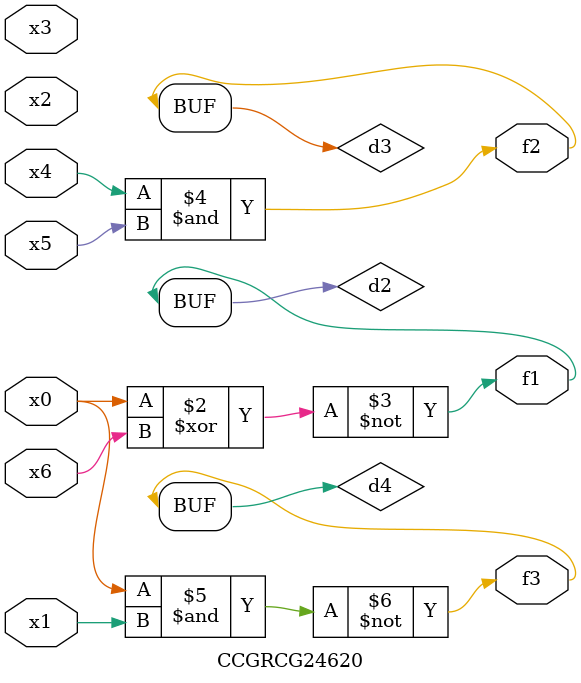
<source format=v>
module CCGRCG24620(
	input x0, x1, x2, x3, x4, x5, x6,
	output f1, f2, f3
);

	wire d1, d2, d3, d4;

	nor (d1, x0);
	xnor (d2, x0, x6);
	and (d3, x4, x5);
	nand (d4, x0, x1);
	assign f1 = d2;
	assign f2 = d3;
	assign f3 = d4;
endmodule

</source>
